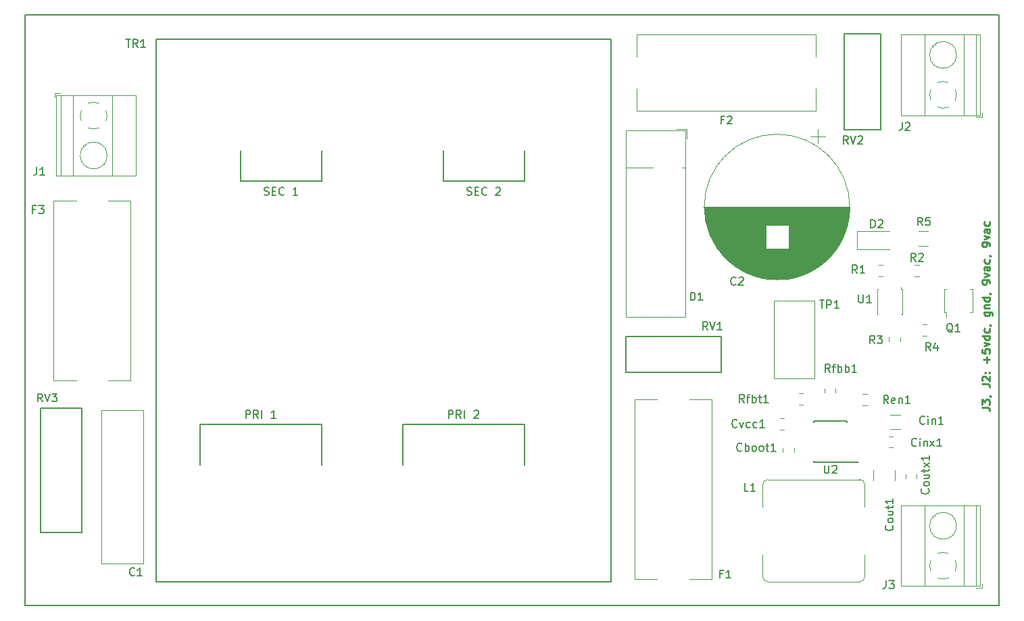
<source format=gto>
G04 #@! TF.GenerationSoftware,KiCad,Pcbnew,(5.0.0-3-g5ebb6b6)*
G04 #@! TF.CreationDate,2018-11-18T00:12:04+01:00*
G04 #@! TF.ProjectId,c64-psu,6336342D7073752E6B696361645F7063,rev?*
G04 #@! TF.SameCoordinates,Original*
G04 #@! TF.FileFunction,Legend,Top*
G04 #@! TF.FilePolarity,Positive*
%FSLAX46Y46*%
G04 Gerber Fmt 4.6, Leading zero omitted, Abs format (unit mm)*
G04 Created by KiCad (PCBNEW (5.0.0-3-g5ebb6b6)) date 2018 November 18, Sunday 00:12:04*
%MOMM*%
%LPD*%
G01*
G04 APERTURE LIST*
%ADD10C,0.250000*%
%ADD11C,0.150000*%
%ADD12C,0.120000*%
%ADD13C,0.200000*%
G04 APERTURE END LIST*
D10*
X208852380Y-111200000D02*
X209566666Y-111200000D01*
X209709523Y-111247619D01*
X209804761Y-111342857D01*
X209852380Y-111485714D01*
X209852380Y-111580952D01*
X208852380Y-110819047D02*
X208852380Y-110200000D01*
X209233333Y-110533333D01*
X209233333Y-110390476D01*
X209280952Y-110295238D01*
X209328571Y-110247619D01*
X209423809Y-110200000D01*
X209661904Y-110200000D01*
X209757142Y-110247619D01*
X209804761Y-110295238D01*
X209852380Y-110390476D01*
X209852380Y-110676190D01*
X209804761Y-110771428D01*
X209757142Y-110819047D01*
X209804761Y-109723809D02*
X209852380Y-109723809D01*
X209947619Y-109771428D01*
X209995238Y-109819047D01*
X208852380Y-108247619D02*
X209566666Y-108247619D01*
X209709523Y-108295238D01*
X209804761Y-108390476D01*
X209852380Y-108533333D01*
X209852380Y-108628571D01*
X208947619Y-107819047D02*
X208900000Y-107771428D01*
X208852380Y-107676190D01*
X208852380Y-107438095D01*
X208900000Y-107342857D01*
X208947619Y-107295238D01*
X209042857Y-107247619D01*
X209138095Y-107247619D01*
X209280952Y-107295238D01*
X209852380Y-107866666D01*
X209852380Y-107247619D01*
X209757142Y-106819047D02*
X209804761Y-106771428D01*
X209852380Y-106819047D01*
X209804761Y-106866666D01*
X209757142Y-106819047D01*
X209852380Y-106819047D01*
X209233333Y-106819047D02*
X209280952Y-106771428D01*
X209328571Y-106819047D01*
X209280952Y-106866666D01*
X209233333Y-106819047D01*
X209328571Y-106819047D01*
X209471428Y-105580952D02*
X209471428Y-104819047D01*
X209852380Y-105200000D02*
X209090476Y-105200000D01*
X208852380Y-103866666D02*
X208852380Y-104342857D01*
X209328571Y-104390476D01*
X209280952Y-104342857D01*
X209233333Y-104247619D01*
X209233333Y-104009523D01*
X209280952Y-103914285D01*
X209328571Y-103866666D01*
X209423809Y-103819047D01*
X209661904Y-103819047D01*
X209757142Y-103866666D01*
X209804761Y-103914285D01*
X209852380Y-104009523D01*
X209852380Y-104247619D01*
X209804761Y-104342857D01*
X209757142Y-104390476D01*
X209185714Y-103485714D02*
X209852380Y-103247619D01*
X209185714Y-103009523D01*
X209852380Y-102200000D02*
X208852380Y-102200000D01*
X209804761Y-102200000D02*
X209852380Y-102295238D01*
X209852380Y-102485714D01*
X209804761Y-102580952D01*
X209757142Y-102628571D01*
X209661904Y-102676190D01*
X209376190Y-102676190D01*
X209280952Y-102628571D01*
X209233333Y-102580952D01*
X209185714Y-102485714D01*
X209185714Y-102295238D01*
X209233333Y-102200000D01*
X209804761Y-101295238D02*
X209852380Y-101390476D01*
X209852380Y-101580952D01*
X209804761Y-101676190D01*
X209757142Y-101723809D01*
X209661904Y-101771428D01*
X209376190Y-101771428D01*
X209280952Y-101723809D01*
X209233333Y-101676190D01*
X209185714Y-101580952D01*
X209185714Y-101390476D01*
X209233333Y-101295238D01*
X209804761Y-100819047D02*
X209852380Y-100819047D01*
X209947619Y-100866666D01*
X209995238Y-100914285D01*
X209185714Y-99200000D02*
X209995238Y-99200000D01*
X210090476Y-99247619D01*
X210138095Y-99295238D01*
X210185714Y-99390476D01*
X210185714Y-99533333D01*
X210138095Y-99628571D01*
X209804761Y-99200000D02*
X209852380Y-99295238D01*
X209852380Y-99485714D01*
X209804761Y-99580952D01*
X209757142Y-99628571D01*
X209661904Y-99676190D01*
X209376190Y-99676190D01*
X209280952Y-99628571D01*
X209233333Y-99580952D01*
X209185714Y-99485714D01*
X209185714Y-99295238D01*
X209233333Y-99200000D01*
X209185714Y-98723809D02*
X209852380Y-98723809D01*
X209280952Y-98723809D02*
X209233333Y-98676190D01*
X209185714Y-98580952D01*
X209185714Y-98438095D01*
X209233333Y-98342857D01*
X209328571Y-98295238D01*
X209852380Y-98295238D01*
X209852380Y-97390476D02*
X208852380Y-97390476D01*
X209804761Y-97390476D02*
X209852380Y-97485714D01*
X209852380Y-97676190D01*
X209804761Y-97771428D01*
X209757142Y-97819047D01*
X209661904Y-97866666D01*
X209376190Y-97866666D01*
X209280952Y-97819047D01*
X209233333Y-97771428D01*
X209185714Y-97676190D01*
X209185714Y-97485714D01*
X209233333Y-97390476D01*
X209804761Y-96866666D02*
X209852380Y-96866666D01*
X209947619Y-96914285D01*
X209995238Y-96961904D01*
X209852380Y-95628571D02*
X209852380Y-95438095D01*
X209804761Y-95342857D01*
X209757142Y-95295238D01*
X209614285Y-95200000D01*
X209423809Y-95152380D01*
X209042857Y-95152380D01*
X208947619Y-95200000D01*
X208900000Y-95247619D01*
X208852380Y-95342857D01*
X208852380Y-95533333D01*
X208900000Y-95628571D01*
X208947619Y-95676190D01*
X209042857Y-95723809D01*
X209280952Y-95723809D01*
X209376190Y-95676190D01*
X209423809Y-95628571D01*
X209471428Y-95533333D01*
X209471428Y-95342857D01*
X209423809Y-95247619D01*
X209376190Y-95200000D01*
X209280952Y-95152380D01*
X209185714Y-94819047D02*
X209852380Y-94580952D01*
X209185714Y-94342857D01*
X209852380Y-93533333D02*
X209328571Y-93533333D01*
X209233333Y-93580952D01*
X209185714Y-93676190D01*
X209185714Y-93866666D01*
X209233333Y-93961904D01*
X209804761Y-93533333D02*
X209852380Y-93628571D01*
X209852380Y-93866666D01*
X209804761Y-93961904D01*
X209709523Y-94009523D01*
X209614285Y-94009523D01*
X209519047Y-93961904D01*
X209471428Y-93866666D01*
X209471428Y-93628571D01*
X209423809Y-93533333D01*
X209804761Y-92628571D02*
X209852380Y-92723809D01*
X209852380Y-92914285D01*
X209804761Y-93009523D01*
X209757142Y-93057142D01*
X209661904Y-93104761D01*
X209376190Y-93104761D01*
X209280952Y-93057142D01*
X209233333Y-93009523D01*
X209185714Y-92914285D01*
X209185714Y-92723809D01*
X209233333Y-92628571D01*
X209804761Y-92152380D02*
X209852380Y-92152380D01*
X209947619Y-92200000D01*
X209995238Y-92247619D01*
X209852380Y-90914285D02*
X209852380Y-90723809D01*
X209804761Y-90628571D01*
X209757142Y-90580952D01*
X209614285Y-90485714D01*
X209423809Y-90438095D01*
X209042857Y-90438095D01*
X208947619Y-90485714D01*
X208900000Y-90533333D01*
X208852380Y-90628571D01*
X208852380Y-90819047D01*
X208900000Y-90914285D01*
X208947619Y-90961904D01*
X209042857Y-91009523D01*
X209280952Y-91009523D01*
X209376190Y-90961904D01*
X209423809Y-90914285D01*
X209471428Y-90819047D01*
X209471428Y-90628571D01*
X209423809Y-90533333D01*
X209376190Y-90485714D01*
X209280952Y-90438095D01*
X209185714Y-90104761D02*
X209852380Y-89866666D01*
X209185714Y-89628571D01*
X209852380Y-88819047D02*
X209328571Y-88819047D01*
X209233333Y-88866666D01*
X209185714Y-88961904D01*
X209185714Y-89152380D01*
X209233333Y-89247619D01*
X209804761Y-88819047D02*
X209852380Y-88914285D01*
X209852380Y-89152380D01*
X209804761Y-89247619D01*
X209709523Y-89295238D01*
X209614285Y-89295238D01*
X209519047Y-89247619D01*
X209471428Y-89152380D01*
X209471428Y-88914285D01*
X209423809Y-88819047D01*
X209804761Y-87914285D02*
X209852380Y-88009523D01*
X209852380Y-88200000D01*
X209804761Y-88295238D01*
X209757142Y-88342857D01*
X209661904Y-88390476D01*
X209376190Y-88390476D01*
X209280952Y-88342857D01*
X209233333Y-88295238D01*
X209185714Y-88200000D01*
X209185714Y-88009523D01*
X209233333Y-87914285D01*
D11*
X89000000Y-136000000D02*
X89000000Y-62000000D01*
X211000000Y-136000000D02*
X89000000Y-136000000D01*
X211000000Y-62000000D02*
X211000000Y-136000000D01*
X89000000Y-62000000D02*
X211000000Y-62000000D01*
D12*
G04 #@! TO.C,D2*
X197312500Y-89065000D02*
X193252500Y-89065000D01*
X193252500Y-89065000D02*
X193252500Y-91335000D01*
X193252500Y-91335000D02*
X197312500Y-91335000D01*
G04 #@! TO.C,TP1*
X187860000Y-107545000D02*
X182790000Y-107545000D01*
X187860000Y-97775000D02*
X182790000Y-97775000D01*
X182790000Y-97775000D02*
X182790000Y-107545000D01*
X187860000Y-97775000D02*
X187860000Y-107545000D01*
G04 #@! TO.C,Q1*
X207371066Y-99201706D02*
X207666066Y-99201706D01*
X207666066Y-99201706D02*
X207666066Y-96361706D01*
X207666066Y-96361706D02*
X207371066Y-96361706D01*
X204421066Y-96361706D02*
X204126066Y-96361706D01*
X204126066Y-96361706D02*
X204126066Y-99201706D01*
X204126066Y-99201706D02*
X204421066Y-99201706D01*
X204421066Y-99931706D02*
X204421066Y-99201706D01*
G04 #@! TO.C,Cboot1*
X185323603Y-116240065D02*
X185323603Y-116762569D01*
X183903603Y-116240065D02*
X183903603Y-116762569D01*
G04 #@! TO.C,Cinx1*
X197213748Y-116210000D02*
X197736252Y-116210000D01*
X197213748Y-114790000D02*
X197736252Y-114790000D01*
G04 #@! TO.C,Coutx1*
X199290000Y-120086252D02*
X199290000Y-119563748D01*
X200710000Y-120086252D02*
X200710000Y-119563748D01*
G04 #@! TO.C,Cvcc1*
X184078455Y-112536417D02*
X183555951Y-112536417D01*
X184078455Y-113956417D02*
X183555951Y-113956417D01*
G04 #@! TO.C,Cin1*
X197410436Y-113910000D02*
X198614564Y-113910000D01*
X197410436Y-112090000D02*
X198614564Y-112090000D01*
G04 #@! TO.C,Cout1*
X197960000Y-120289564D02*
X197960000Y-119085436D01*
X195240000Y-120289564D02*
X195240000Y-119085436D01*
G04 #@! TO.C,F3*
X102200000Y-85300000D02*
X99400000Y-85300000D01*
X95400000Y-85300000D02*
X92600000Y-85300000D01*
X95400000Y-107800000D02*
X92600000Y-107800000D01*
X92600000Y-107800000D02*
X92600000Y-85300000D01*
X102200000Y-107800000D02*
X102200000Y-85300000D01*
X102200000Y-107800000D02*
X99400000Y-107800000D01*
G04 #@! TO.C,F2*
X165600000Y-64400000D02*
X165600000Y-67200000D01*
X165600000Y-71200000D02*
X165600000Y-74000000D01*
X188100000Y-71200000D02*
X188100000Y-74000000D01*
X188100000Y-74000000D02*
X165600000Y-74000000D01*
X188100000Y-64400000D02*
X165600000Y-64400000D01*
X188100000Y-64400000D02*
X188100000Y-67200000D01*
G04 #@! TO.C,F1*
X165400000Y-110200000D02*
X168200000Y-110200000D01*
X165400000Y-110200000D02*
X165400000Y-132700000D01*
X175000000Y-110200000D02*
X175000000Y-132700000D01*
X172200000Y-110200000D02*
X175000000Y-110200000D01*
X172200000Y-132700000D02*
X175000000Y-132700000D01*
X165400000Y-132700000D02*
X168200000Y-132700000D01*
G04 #@! TO.C,U1*
X198710000Y-96340000D02*
X198710000Y-96080000D01*
X195740000Y-99460000D02*
X195890000Y-99460000D01*
X195740000Y-96340000D02*
X195740000Y-99460000D01*
X198860000Y-96340000D02*
X198860000Y-99460000D01*
X195740000Y-96340000D02*
X195890000Y-96340000D01*
X198860000Y-96340000D02*
X198710000Y-96340000D01*
X198860000Y-99460000D02*
X198710000Y-99460000D01*
D11*
G04 #@! TO.C,U2*
X191971803Y-117993917D02*
X193371803Y-117993917D01*
X191971803Y-112893917D02*
X187821803Y-112893917D01*
X191971803Y-118043917D02*
X187821803Y-118043917D01*
X191971803Y-112893917D02*
X191971803Y-113038917D01*
X187821803Y-112893917D02*
X187821803Y-113038917D01*
X187821803Y-118043917D02*
X187821803Y-117898917D01*
X191971803Y-118043917D02*
X191971803Y-117993917D01*
D12*
G04 #@! TO.C,Rfbb1*
X190559503Y-109333069D02*
X190559503Y-108810565D01*
X189139503Y-109333069D02*
X189139503Y-108810565D01*
G04 #@! TO.C,Ren1*
X193938748Y-109490000D02*
X194461252Y-109490000D01*
X193938748Y-110910000D02*
X194461252Y-110910000D01*
G04 #@! TO.C,R4*
X201413748Y-102210000D02*
X201936252Y-102210000D01*
X201413748Y-100790000D02*
X201936252Y-100790000D01*
G04 #@! TO.C,R3*
X197190000Y-102886252D02*
X197190000Y-102363748D01*
X198610000Y-102886252D02*
X198610000Y-102363748D01*
G04 #@! TO.C,Rfbt1*
X185926951Y-110844917D02*
X186449455Y-110844917D01*
X185926951Y-109424917D02*
X186449455Y-109424917D01*
D11*
G04 #@! TO.C,RV1*
X176250000Y-106750000D02*
X176250000Y-102250000D01*
X164250000Y-106750000D02*
X164250000Y-102250000D01*
X176250000Y-106750000D02*
X164250000Y-106750000D01*
X176250000Y-102250000D02*
X164250000Y-102250000D01*
G04 #@! TO.C,RV2*
X196150000Y-76350000D02*
X196150000Y-64350000D01*
X191650000Y-76350000D02*
X191650000Y-64350000D01*
X191650000Y-64350000D02*
X196150000Y-64350000D01*
X191650000Y-76350000D02*
X196150000Y-76350000D01*
G04 #@! TO.C,RV3*
X96150000Y-126800000D02*
X96150000Y-111300000D01*
X90950000Y-126800000D02*
X90950000Y-111300000D01*
X90950000Y-111300000D02*
X96150000Y-111300000D01*
X90950000Y-126800000D02*
X96150000Y-126800000D01*
D12*
G04 #@! TO.C,L1*
X193550000Y-120200000D02*
G75*
G02X194200000Y-120850000I0J-650000D01*
G01*
X194200000Y-132350000D02*
G75*
G02X193550000Y-133000000I-650000J0D01*
G01*
X182050000Y-133000000D02*
G75*
G02X181400000Y-132350000I0J650000D01*
G01*
X181400000Y-120850000D02*
G75*
G02X182050000Y-120200000I650000J0D01*
G01*
X194200000Y-129600000D02*
X194200000Y-132350000D01*
X181400000Y-129600000D02*
X181400000Y-132350000D01*
X194200000Y-120850000D02*
X194200000Y-123600000D01*
X193550000Y-133000000D02*
X182050000Y-133000000D01*
X181400000Y-120850000D02*
X181400000Y-123600000D01*
X182050000Y-120200000D02*
X193550000Y-120200000D01*
G04 #@! TO.C,C1*
X98580000Y-130720000D02*
X98580000Y-111480000D01*
X103820000Y-130720000D02*
X103820000Y-111480000D01*
X98580000Y-130720000D02*
X103820000Y-130720000D01*
X98580000Y-111480000D02*
X103820000Y-111480000D01*
G04 #@! TO.C,D1*
X164300000Y-76460000D02*
X164300000Y-99860000D01*
X164300000Y-99860000D02*
X171700000Y-99860000D01*
X171700000Y-99860000D02*
X171700000Y-76460000D01*
X171700000Y-76460000D02*
X164300000Y-76460000D01*
X167700000Y-81160000D02*
X164300000Y-81160000D01*
X170600000Y-76260000D02*
X171900000Y-76260000D01*
X171900000Y-76260000D02*
X171900000Y-77460000D01*
X171300000Y-81160000D02*
X171700000Y-81160000D01*
G04 #@! TO.C,R1*
X195963748Y-93340000D02*
X196486252Y-93340000D01*
X195963748Y-94760000D02*
X196486252Y-94760000D01*
G04 #@! TO.C,R2*
X200463748Y-94760000D02*
X200986252Y-94760000D01*
X200463748Y-93340000D02*
X200986252Y-93340000D01*
G04 #@! TO.C,C2*
X192320000Y-86050000D02*
G75*
G03X192320000Y-86050000I-9120000J0D01*
G01*
X192281000Y-86050000D02*
X174119000Y-86050000D01*
X192280000Y-86090000D02*
X174120000Y-86090000D01*
X192280000Y-86130000D02*
X174120000Y-86130000D01*
X192280000Y-86170000D02*
X174120000Y-86170000D01*
X192279000Y-86210000D02*
X174121000Y-86210000D01*
X192278000Y-86250000D02*
X174122000Y-86250000D01*
X192277000Y-86290000D02*
X174123000Y-86290000D01*
X192276000Y-86330000D02*
X174124000Y-86330000D01*
X192275000Y-86370000D02*
X174125000Y-86370000D01*
X192273000Y-86410000D02*
X174127000Y-86410000D01*
X192272000Y-86450000D02*
X174128000Y-86450000D01*
X192270000Y-86490000D02*
X174130000Y-86490000D01*
X192268000Y-86530000D02*
X174132000Y-86530000D01*
X192266000Y-86570000D02*
X174134000Y-86570000D01*
X192263000Y-86610000D02*
X174137000Y-86610000D01*
X192261000Y-86650000D02*
X174139000Y-86650000D01*
X192258000Y-86690000D02*
X174142000Y-86690000D01*
X192255000Y-86730000D02*
X174145000Y-86730000D01*
X192252000Y-86771000D02*
X174148000Y-86771000D01*
X192249000Y-86811000D02*
X174151000Y-86811000D01*
X192245000Y-86851000D02*
X174155000Y-86851000D01*
X192242000Y-86891000D02*
X174158000Y-86891000D01*
X192238000Y-86931000D02*
X174162000Y-86931000D01*
X192234000Y-86971000D02*
X174166000Y-86971000D01*
X192230000Y-87011000D02*
X174170000Y-87011000D01*
X192226000Y-87051000D02*
X174174000Y-87051000D01*
X192221000Y-87091000D02*
X174179000Y-87091000D01*
X192216000Y-87131000D02*
X174184000Y-87131000D01*
X192211000Y-87171000D02*
X174189000Y-87171000D01*
X192206000Y-87211000D02*
X174194000Y-87211000D01*
X192201000Y-87251000D02*
X174199000Y-87251000D01*
X192196000Y-87291000D02*
X174204000Y-87291000D01*
X192190000Y-87331000D02*
X174210000Y-87331000D01*
X192184000Y-87371000D02*
X174216000Y-87371000D01*
X192179000Y-87411000D02*
X174221000Y-87411000D01*
X192172000Y-87451000D02*
X174228000Y-87451000D01*
X192166000Y-87491000D02*
X174234000Y-87491000D01*
X192160000Y-87531000D02*
X174240000Y-87531000D01*
X192153000Y-87571000D02*
X174247000Y-87571000D01*
X192146000Y-87611000D02*
X174254000Y-87611000D01*
X192139000Y-87651000D02*
X174261000Y-87651000D01*
X192132000Y-87691000D02*
X174268000Y-87691000D01*
X192124000Y-87731000D02*
X174276000Y-87731000D01*
X192117000Y-87771000D02*
X174283000Y-87771000D01*
X192109000Y-87811000D02*
X174291000Y-87811000D01*
X192101000Y-87851000D02*
X174299000Y-87851000D01*
X192093000Y-87891000D02*
X174307000Y-87891000D01*
X192085000Y-87931000D02*
X174315000Y-87931000D01*
X192076000Y-87971000D02*
X174324000Y-87971000D01*
X192067000Y-88011000D02*
X174333000Y-88011000D01*
X192058000Y-88051000D02*
X174342000Y-88051000D01*
X192049000Y-88091000D02*
X174351000Y-88091000D01*
X192040000Y-88131000D02*
X174360000Y-88131000D01*
X192031000Y-88171000D02*
X174369000Y-88171000D01*
X192021000Y-88211000D02*
X174379000Y-88211000D01*
X192011000Y-88251000D02*
X174389000Y-88251000D01*
X192001000Y-88291000D02*
X174399000Y-88291000D01*
X191991000Y-88331000D02*
X174409000Y-88331000D01*
X191980000Y-88371000D02*
X184640000Y-88371000D01*
X181760000Y-88371000D02*
X174420000Y-88371000D01*
X191970000Y-88411000D02*
X184640000Y-88411000D01*
X181760000Y-88411000D02*
X174430000Y-88411000D01*
X191959000Y-88451000D02*
X184640000Y-88451000D01*
X181760000Y-88451000D02*
X174441000Y-88451000D01*
X191948000Y-88491000D02*
X184640000Y-88491000D01*
X181760000Y-88491000D02*
X174452000Y-88491000D01*
X191937000Y-88531000D02*
X184640000Y-88531000D01*
X181760000Y-88531000D02*
X174463000Y-88531000D01*
X191925000Y-88571000D02*
X184640000Y-88571000D01*
X181760000Y-88571000D02*
X174475000Y-88571000D01*
X191914000Y-88611000D02*
X184640000Y-88611000D01*
X181760000Y-88611000D02*
X174486000Y-88611000D01*
X191902000Y-88651000D02*
X184640000Y-88651000D01*
X181760000Y-88651000D02*
X174498000Y-88651000D01*
X191890000Y-88691000D02*
X184640000Y-88691000D01*
X181760000Y-88691000D02*
X174510000Y-88691000D01*
X191878000Y-88731000D02*
X184640000Y-88731000D01*
X181760000Y-88731000D02*
X174522000Y-88731000D01*
X191865000Y-88771000D02*
X184640000Y-88771000D01*
X181760000Y-88771000D02*
X174535000Y-88771000D01*
X191853000Y-88811000D02*
X184640000Y-88811000D01*
X181760000Y-88811000D02*
X174547000Y-88811000D01*
X191840000Y-88851000D02*
X184640000Y-88851000D01*
X181760000Y-88851000D02*
X174560000Y-88851000D01*
X191827000Y-88891000D02*
X184640000Y-88891000D01*
X181760000Y-88891000D02*
X174573000Y-88891000D01*
X191814000Y-88931000D02*
X184640000Y-88931000D01*
X181760000Y-88931000D02*
X174586000Y-88931000D01*
X191800000Y-88971000D02*
X184640000Y-88971000D01*
X181760000Y-88971000D02*
X174600000Y-88971000D01*
X191787000Y-89011000D02*
X184640000Y-89011000D01*
X181760000Y-89011000D02*
X174613000Y-89011000D01*
X191773000Y-89051000D02*
X184640000Y-89051000D01*
X181760000Y-89051000D02*
X174627000Y-89051000D01*
X191759000Y-89091000D02*
X184640000Y-89091000D01*
X181760000Y-89091000D02*
X174641000Y-89091000D01*
X191745000Y-89131000D02*
X184640000Y-89131000D01*
X181760000Y-89131000D02*
X174655000Y-89131000D01*
X191730000Y-89171000D02*
X184640000Y-89171000D01*
X181760000Y-89171000D02*
X174670000Y-89171000D01*
X191716000Y-89211000D02*
X184640000Y-89211000D01*
X181760000Y-89211000D02*
X174684000Y-89211000D01*
X191701000Y-89251000D02*
X184640000Y-89251000D01*
X181760000Y-89251000D02*
X174699000Y-89251000D01*
X191686000Y-89291000D02*
X184640000Y-89291000D01*
X181760000Y-89291000D02*
X174714000Y-89291000D01*
X191670000Y-89331000D02*
X184640000Y-89331000D01*
X181760000Y-89331000D02*
X174730000Y-89331000D01*
X191655000Y-89371000D02*
X184640000Y-89371000D01*
X181760000Y-89371000D02*
X174745000Y-89371000D01*
X191639000Y-89411000D02*
X184640000Y-89411000D01*
X181760000Y-89411000D02*
X174761000Y-89411000D01*
X191623000Y-89451000D02*
X184640000Y-89451000D01*
X181760000Y-89451000D02*
X174777000Y-89451000D01*
X191607000Y-89491000D02*
X184640000Y-89491000D01*
X181760000Y-89491000D02*
X174793000Y-89491000D01*
X191590000Y-89531000D02*
X184640000Y-89531000D01*
X181760000Y-89531000D02*
X174810000Y-89531000D01*
X191574000Y-89571000D02*
X184640000Y-89571000D01*
X181760000Y-89571000D02*
X174826000Y-89571000D01*
X191557000Y-89611000D02*
X184640000Y-89611000D01*
X181760000Y-89611000D02*
X174843000Y-89611000D01*
X191540000Y-89651000D02*
X184640000Y-89651000D01*
X181760000Y-89651000D02*
X174860000Y-89651000D01*
X191523000Y-89691000D02*
X184640000Y-89691000D01*
X181760000Y-89691000D02*
X174877000Y-89691000D01*
X191505000Y-89731000D02*
X184640000Y-89731000D01*
X181760000Y-89731000D02*
X174895000Y-89731000D01*
X191487000Y-89771000D02*
X184640000Y-89771000D01*
X181760000Y-89771000D02*
X174913000Y-89771000D01*
X191469000Y-89811000D02*
X184640000Y-89811000D01*
X181760000Y-89811000D02*
X174931000Y-89811000D01*
X191451000Y-89851000D02*
X184640000Y-89851000D01*
X181760000Y-89851000D02*
X174949000Y-89851000D01*
X191433000Y-89891000D02*
X184640000Y-89891000D01*
X181760000Y-89891000D02*
X174967000Y-89891000D01*
X191414000Y-89931000D02*
X184640000Y-89931000D01*
X181760000Y-89931000D02*
X174986000Y-89931000D01*
X191395000Y-89971000D02*
X184640000Y-89971000D01*
X181760000Y-89971000D02*
X175005000Y-89971000D01*
X191376000Y-90011000D02*
X184640000Y-90011000D01*
X181760000Y-90011000D02*
X175024000Y-90011000D01*
X191356000Y-90051000D02*
X184640000Y-90051000D01*
X181760000Y-90051000D02*
X175044000Y-90051000D01*
X191337000Y-90091000D02*
X184640000Y-90091000D01*
X181760000Y-90091000D02*
X175063000Y-90091000D01*
X191317000Y-90131000D02*
X184640000Y-90131000D01*
X181760000Y-90131000D02*
X175083000Y-90131000D01*
X191297000Y-90171000D02*
X184640000Y-90171000D01*
X181760000Y-90171000D02*
X175103000Y-90171000D01*
X191276000Y-90211000D02*
X184640000Y-90211000D01*
X181760000Y-90211000D02*
X175124000Y-90211000D01*
X191256000Y-90251000D02*
X184640000Y-90251000D01*
X181760000Y-90251000D02*
X175144000Y-90251000D01*
X191235000Y-90291000D02*
X184640000Y-90291000D01*
X181760000Y-90291000D02*
X175165000Y-90291000D01*
X191214000Y-90331000D02*
X184640000Y-90331000D01*
X181760000Y-90331000D02*
X175186000Y-90331000D01*
X191192000Y-90371000D02*
X184640000Y-90371000D01*
X181760000Y-90371000D02*
X175208000Y-90371000D01*
X191171000Y-90411000D02*
X184640000Y-90411000D01*
X181760000Y-90411000D02*
X175229000Y-90411000D01*
X191149000Y-90451000D02*
X184640000Y-90451000D01*
X181760000Y-90451000D02*
X175251000Y-90451000D01*
X191127000Y-90491000D02*
X184640000Y-90491000D01*
X181760000Y-90491000D02*
X175273000Y-90491000D01*
X191104000Y-90531000D02*
X184640000Y-90531000D01*
X181760000Y-90531000D02*
X175296000Y-90531000D01*
X191082000Y-90571000D02*
X184640000Y-90571000D01*
X181760000Y-90571000D02*
X175318000Y-90571000D01*
X191059000Y-90611000D02*
X184640000Y-90611000D01*
X181760000Y-90611000D02*
X175341000Y-90611000D01*
X191035000Y-90651000D02*
X184640000Y-90651000D01*
X181760000Y-90651000D02*
X175365000Y-90651000D01*
X191012000Y-90691000D02*
X184640000Y-90691000D01*
X181760000Y-90691000D02*
X175388000Y-90691000D01*
X190988000Y-90731000D02*
X184640000Y-90731000D01*
X181760000Y-90731000D02*
X175412000Y-90731000D01*
X190964000Y-90771000D02*
X184640000Y-90771000D01*
X181760000Y-90771000D02*
X175436000Y-90771000D01*
X190940000Y-90811000D02*
X184640000Y-90811000D01*
X181760000Y-90811000D02*
X175460000Y-90811000D01*
X190915000Y-90851000D02*
X184640000Y-90851000D01*
X181760000Y-90851000D02*
X175485000Y-90851000D01*
X190890000Y-90891000D02*
X184640000Y-90891000D01*
X181760000Y-90891000D02*
X175510000Y-90891000D01*
X190865000Y-90931000D02*
X184640000Y-90931000D01*
X181760000Y-90931000D02*
X175535000Y-90931000D01*
X190840000Y-90971000D02*
X184640000Y-90971000D01*
X181760000Y-90971000D02*
X175560000Y-90971000D01*
X190814000Y-91011000D02*
X184640000Y-91011000D01*
X181760000Y-91011000D02*
X175586000Y-91011000D01*
X190788000Y-91051000D02*
X184640000Y-91051000D01*
X181760000Y-91051000D02*
X175612000Y-91051000D01*
X190761000Y-91091000D02*
X184640000Y-91091000D01*
X181760000Y-91091000D02*
X175639000Y-91091000D01*
X190735000Y-91131000D02*
X184640000Y-91131000D01*
X181760000Y-91131000D02*
X175665000Y-91131000D01*
X190708000Y-91171000D02*
X184640000Y-91171000D01*
X181760000Y-91171000D02*
X175692000Y-91171000D01*
X190680000Y-91211000D02*
X184640000Y-91211000D01*
X181760000Y-91211000D02*
X175720000Y-91211000D01*
X190653000Y-91251000D02*
X175747000Y-91251000D01*
X190625000Y-91291000D02*
X175775000Y-91291000D01*
X190597000Y-91331000D02*
X175803000Y-91331000D01*
X190568000Y-91371000D02*
X175832000Y-91371000D01*
X190539000Y-91411000D02*
X175861000Y-91411000D01*
X190510000Y-91451000D02*
X175890000Y-91451000D01*
X190480000Y-91491000D02*
X175920000Y-91491000D01*
X190450000Y-91531000D02*
X175950000Y-91531000D01*
X190420000Y-91571000D02*
X175980000Y-91571000D01*
X190390000Y-91611000D02*
X176010000Y-91611000D01*
X190359000Y-91651000D02*
X176041000Y-91651000D01*
X190327000Y-91691000D02*
X176073000Y-91691000D01*
X190296000Y-91731000D02*
X176104000Y-91731000D01*
X190264000Y-91771000D02*
X176136000Y-91771000D01*
X190231000Y-91811000D02*
X176169000Y-91811000D01*
X190199000Y-91851000D02*
X176201000Y-91851000D01*
X190165000Y-91891000D02*
X176235000Y-91891000D01*
X190132000Y-91931000D02*
X176268000Y-91931000D01*
X190098000Y-91971000D02*
X176302000Y-91971000D01*
X190064000Y-92011000D02*
X176336000Y-92011000D01*
X190029000Y-92051000D02*
X176371000Y-92051000D01*
X189994000Y-92091000D02*
X176406000Y-92091000D01*
X189958000Y-92131000D02*
X176442000Y-92131000D01*
X189922000Y-92171000D02*
X176478000Y-92171000D01*
X189886000Y-92211000D02*
X176514000Y-92211000D01*
X189849000Y-92251000D02*
X176551000Y-92251000D01*
X189812000Y-92291000D02*
X176588000Y-92291000D01*
X189774000Y-92331000D02*
X176626000Y-92331000D01*
X189736000Y-92371000D02*
X176664000Y-92371000D01*
X189697000Y-92411000D02*
X176703000Y-92411000D01*
X189658000Y-92451000D02*
X176742000Y-92451000D01*
X189618000Y-92491000D02*
X176782000Y-92491000D01*
X189578000Y-92531000D02*
X176822000Y-92531000D01*
X189537000Y-92571000D02*
X176863000Y-92571000D01*
X189496000Y-92611000D02*
X176904000Y-92611000D01*
X189454000Y-92651000D02*
X176946000Y-92651000D01*
X189412000Y-92691000D02*
X176988000Y-92691000D01*
X189370000Y-92731000D02*
X177030000Y-92731000D01*
X189326000Y-92771000D02*
X177074000Y-92771000D01*
X189282000Y-92811000D02*
X177118000Y-92811000D01*
X189238000Y-92851000D02*
X177162000Y-92851000D01*
X189193000Y-92891000D02*
X177207000Y-92891000D01*
X189147000Y-92931000D02*
X177253000Y-92931000D01*
X189101000Y-92971000D02*
X177299000Y-92971000D01*
X189054000Y-93011000D02*
X177346000Y-93011000D01*
X189006000Y-93051000D02*
X177394000Y-93051000D01*
X188958000Y-93091000D02*
X177442000Y-93091000D01*
X188909000Y-93131000D02*
X177491000Y-93131000D01*
X188860000Y-93171000D02*
X177540000Y-93171000D01*
X188809000Y-93211000D02*
X177591000Y-93211000D01*
X188758000Y-93251000D02*
X177642000Y-93251000D01*
X188706000Y-93291000D02*
X177694000Y-93291000D01*
X188654000Y-93331000D02*
X177746000Y-93331000D01*
X188600000Y-93371000D02*
X177800000Y-93371000D01*
X188546000Y-93411000D02*
X177854000Y-93411000D01*
X188491000Y-93451000D02*
X177909000Y-93451000D01*
X188435000Y-93491000D02*
X177965000Y-93491000D01*
X188378000Y-93531000D02*
X178022000Y-93531000D01*
X188320000Y-93571000D02*
X178080000Y-93571000D01*
X188262000Y-93611000D02*
X178138000Y-93611000D01*
X188202000Y-93651000D02*
X178198000Y-93651000D01*
X188141000Y-93691000D02*
X178259000Y-93691000D01*
X188079000Y-93731000D02*
X178321000Y-93731000D01*
X188016000Y-93771000D02*
X178384000Y-93771000D01*
X187952000Y-93811000D02*
X178448000Y-93811000D01*
X187886000Y-93851000D02*
X178514000Y-93851000D01*
X187820000Y-93891000D02*
X178580000Y-93891000D01*
X187752000Y-93931000D02*
X178648000Y-93931000D01*
X187682000Y-93971000D02*
X178718000Y-93971000D01*
X187612000Y-94011000D02*
X178788000Y-94011000D01*
X187539000Y-94051000D02*
X178861000Y-94051000D01*
X187465000Y-94091000D02*
X178935000Y-94091000D01*
X187390000Y-94131000D02*
X179010000Y-94131000D01*
X187313000Y-94171000D02*
X179087000Y-94171000D01*
X187233000Y-94211000D02*
X179167000Y-94211000D01*
X187152000Y-94250000D02*
X179248000Y-94250000D01*
X187069000Y-94290000D02*
X179331000Y-94290000D01*
X186984000Y-94330000D02*
X179416000Y-94330000D01*
X186896000Y-94370000D02*
X179504000Y-94370000D01*
X186805000Y-94410000D02*
X179595000Y-94410000D01*
X186712000Y-94450000D02*
X179688000Y-94450000D01*
X186616000Y-94490000D02*
X179784000Y-94490000D01*
X186517000Y-94530000D02*
X179883000Y-94530000D01*
X186414000Y-94570000D02*
X179986000Y-94570000D01*
X186307000Y-94610000D02*
X180093000Y-94610000D01*
X186196000Y-94650000D02*
X180204000Y-94650000D01*
X186080000Y-94690000D02*
X180320000Y-94690000D01*
X185959000Y-94730000D02*
X180441000Y-94730000D01*
X185832000Y-94770000D02*
X180568000Y-94770000D01*
X185698000Y-94810000D02*
X180702000Y-94810000D01*
X185555000Y-94850000D02*
X180845000Y-94850000D01*
X185403000Y-94890000D02*
X180997000Y-94890000D01*
X185239000Y-94930000D02*
X181161000Y-94930000D01*
X185060000Y-94970000D02*
X181340000Y-94970000D01*
X184861000Y-95010000D02*
X181539000Y-95010000D01*
X184635000Y-95050000D02*
X181765000Y-95050000D01*
X184366000Y-95090000D02*
X182034000Y-95090000D01*
X184014000Y-95130000D02*
X182386000Y-95130000D01*
X183240000Y-95170000D02*
X183160000Y-95170000D01*
X188315000Y-76290560D02*
X188315000Y-78090560D01*
X189215000Y-77190560D02*
X187415000Y-77190560D01*
G04 #@! TO.C,R5*
X202114564Y-90910000D02*
X200910436Y-90910000D01*
X202114564Y-89090000D02*
X200910436Y-89090000D01*
D13*
G04 #@! TO.C,TR1*
X162400000Y-133000000D02*
X105400000Y-133000000D01*
X105400000Y-133000000D02*
X105400000Y-65000000D01*
X162400000Y-65000000D02*
X162400000Y-133000000D01*
X105400000Y-65000000D02*
X162400000Y-65000000D01*
D11*
X110900000Y-118410000D02*
X110900000Y-113330000D01*
X110900000Y-113330000D02*
X126140000Y-113330000D01*
X126140000Y-113330000D02*
X126140000Y-118410000D01*
X136300000Y-118410000D02*
X136300000Y-113330000D01*
X136300000Y-113330000D02*
X151540000Y-113330000D01*
X151540000Y-113330000D02*
X151540000Y-118410000D01*
X115980000Y-79040000D02*
X115980000Y-82850000D01*
X115980000Y-82850000D02*
X126140000Y-82850000D01*
X126140000Y-82850000D02*
X126140000Y-79040000D01*
X141380000Y-79040000D02*
X141380000Y-82850000D01*
X141380000Y-82850000D02*
X151540000Y-82850000D01*
X151540000Y-82850000D02*
X151540000Y-79040000D01*
D12*
G04 #@! TO.C,J1*
X96065244Y-75283318D02*
G75*
G02X95920000Y-74600000I1534756J683318D01*
G01*
X98283042Y-76135426D02*
G75*
G02X96916000Y-76135000I-683042J1535426D01*
G01*
X99135426Y-73916958D02*
G75*
G02X99135000Y-75284000I-1535426J-683042D01*
G01*
X96916958Y-73064574D02*
G75*
G02X98284000Y-73065000I683042J-1535426D01*
G01*
X95919747Y-74628805D02*
G75*
G02X96065000Y-73916000I1680253J28805D01*
G01*
X99280000Y-79600000D02*
G75*
G03X99280000Y-79600000I-1680000J0D01*
G01*
X93500000Y-72040000D02*
X93500000Y-82160000D01*
X95000000Y-72040000D02*
X95000000Y-82160000D01*
X99901000Y-72040000D02*
X99901000Y-82160000D01*
X102861000Y-72040000D02*
X102861000Y-82160000D01*
X92940000Y-72040000D02*
X92940000Y-82160000D01*
X102861000Y-72040000D02*
X92940000Y-72040000D01*
X102861000Y-82160000D02*
X92940000Y-82160000D01*
X98669000Y-80875000D02*
X98623000Y-80828000D01*
X96361000Y-78566000D02*
X96326000Y-78531000D01*
X98875000Y-80670000D02*
X98839000Y-80635000D01*
X96577000Y-78373000D02*
X96531000Y-78326000D01*
X93440000Y-71800000D02*
X92700000Y-71800000D01*
X92700000Y-71800000D02*
X92700000Y-72300000D01*
G04 #@! TO.C,J2*
X208900000Y-74800000D02*
X208900000Y-74300000D01*
X208160000Y-74800000D02*
X208900000Y-74800000D01*
X205023000Y-68227000D02*
X205069000Y-68274000D01*
X202725000Y-65930000D02*
X202761000Y-65965000D01*
X205239000Y-68034000D02*
X205274000Y-68069000D01*
X202931000Y-65725000D02*
X202977000Y-65772000D01*
X198739000Y-64440000D02*
X208660000Y-64440000D01*
X198739000Y-74560000D02*
X208660000Y-74560000D01*
X208660000Y-74560000D02*
X208660000Y-64440000D01*
X198739000Y-74560000D02*
X198739000Y-64440000D01*
X201699000Y-74560000D02*
X201699000Y-64440000D01*
X206600000Y-74560000D02*
X206600000Y-64440000D01*
X208100000Y-74560000D02*
X208100000Y-64440000D01*
X205680000Y-67000000D02*
G75*
G03X205680000Y-67000000I-1680000J0D01*
G01*
X205680253Y-71971195D02*
G75*
G02X205535000Y-72684000I-1680253J-28805D01*
G01*
X204683042Y-73535426D02*
G75*
G02X203316000Y-73535000I-683042J1535426D01*
G01*
X202464574Y-72683042D02*
G75*
G02X202465000Y-71316000I1535426J683042D01*
G01*
X203316958Y-70464574D02*
G75*
G02X204684000Y-70465000I683042J-1535426D01*
G01*
X205534756Y-71316682D02*
G75*
G02X205680000Y-72000000I-1534756J-683318D01*
G01*
G04 #@! TO.C,J3*
X205534756Y-130316682D02*
G75*
G02X205680000Y-131000000I-1534756J-683318D01*
G01*
X203316958Y-129464574D02*
G75*
G02X204684000Y-129465000I683042J-1535426D01*
G01*
X202464574Y-131683042D02*
G75*
G02X202465000Y-130316000I1535426J683042D01*
G01*
X204683042Y-132535426D02*
G75*
G02X203316000Y-132535000I-683042J1535426D01*
G01*
X205680253Y-130971195D02*
G75*
G02X205535000Y-131684000I-1680253J-28805D01*
G01*
X205680000Y-126000000D02*
G75*
G03X205680000Y-126000000I-1680000J0D01*
G01*
X208100000Y-133560000D02*
X208100000Y-123440000D01*
X206600000Y-133560000D02*
X206600000Y-123440000D01*
X201699000Y-133560000D02*
X201699000Y-123440000D01*
X198739000Y-133560000D02*
X198739000Y-123440000D01*
X208660000Y-133560000D02*
X208660000Y-123440000D01*
X198739000Y-133560000D02*
X208660000Y-133560000D01*
X198739000Y-123440000D02*
X208660000Y-123440000D01*
X202931000Y-124725000D02*
X202977000Y-124772000D01*
X205239000Y-127034000D02*
X205274000Y-127069000D01*
X202725000Y-124930000D02*
X202761000Y-124965000D01*
X205023000Y-127227000D02*
X205069000Y-127274000D01*
X208160000Y-133800000D02*
X208900000Y-133800000D01*
X208900000Y-133800000D02*
X208900000Y-133300000D01*
G04 #@! TD*
G04 #@! TO.C,D2*
D11*
X194961904Y-88652380D02*
X194961904Y-87652380D01*
X195200000Y-87652380D01*
X195342857Y-87700000D01*
X195438095Y-87795238D01*
X195485714Y-87890476D01*
X195533333Y-88080952D01*
X195533333Y-88223809D01*
X195485714Y-88414285D01*
X195438095Y-88509523D01*
X195342857Y-88604761D01*
X195200000Y-88652380D01*
X194961904Y-88652380D01*
X195914285Y-87747619D02*
X195961904Y-87700000D01*
X196057142Y-87652380D01*
X196295238Y-87652380D01*
X196390476Y-87700000D01*
X196438095Y-87747619D01*
X196485714Y-87842857D01*
X196485714Y-87938095D01*
X196438095Y-88080952D01*
X195866666Y-88652380D01*
X196485714Y-88652380D01*
G04 #@! TO.C,TP1*
X188538095Y-97752380D02*
X189109523Y-97752380D01*
X188823809Y-98752380D02*
X188823809Y-97752380D01*
X189442857Y-98752380D02*
X189442857Y-97752380D01*
X189823809Y-97752380D01*
X189919047Y-97800000D01*
X189966666Y-97847619D01*
X190014285Y-97942857D01*
X190014285Y-98085714D01*
X189966666Y-98180952D01*
X189919047Y-98228571D01*
X189823809Y-98276190D01*
X189442857Y-98276190D01*
X190966666Y-98752380D02*
X190395238Y-98752380D01*
X190680952Y-98752380D02*
X190680952Y-97752380D01*
X190585714Y-97895238D01*
X190490476Y-97990476D01*
X190395238Y-98038095D01*
G04 #@! TO.C,Q1*
X205204761Y-101747619D02*
X205109523Y-101700000D01*
X205014285Y-101604761D01*
X204871428Y-101461904D01*
X204776190Y-101414285D01*
X204680952Y-101414285D01*
X204728571Y-101652380D02*
X204633333Y-101604761D01*
X204538095Y-101509523D01*
X204490476Y-101319047D01*
X204490476Y-100985714D01*
X204538095Y-100795238D01*
X204633333Y-100700000D01*
X204728571Y-100652380D01*
X204919047Y-100652380D01*
X205014285Y-100700000D01*
X205109523Y-100795238D01*
X205157142Y-100985714D01*
X205157142Y-101319047D01*
X205109523Y-101509523D01*
X205014285Y-101604761D01*
X204919047Y-101652380D01*
X204728571Y-101652380D01*
X206109523Y-101652380D02*
X205538095Y-101652380D01*
X205823809Y-101652380D02*
X205823809Y-100652380D01*
X205728571Y-100795238D01*
X205633333Y-100890476D01*
X205538095Y-100938095D01*
G04 #@! TO.C,Cboot1*
X178790476Y-116557142D02*
X178742857Y-116604761D01*
X178600000Y-116652380D01*
X178504761Y-116652380D01*
X178361904Y-116604761D01*
X178266666Y-116509523D01*
X178219047Y-116414285D01*
X178171428Y-116223809D01*
X178171428Y-116080952D01*
X178219047Y-115890476D01*
X178266666Y-115795238D01*
X178361904Y-115700000D01*
X178504761Y-115652380D01*
X178600000Y-115652380D01*
X178742857Y-115700000D01*
X178790476Y-115747619D01*
X179219047Y-116652380D02*
X179219047Y-115652380D01*
X179219047Y-116033333D02*
X179314285Y-115985714D01*
X179504761Y-115985714D01*
X179600000Y-116033333D01*
X179647619Y-116080952D01*
X179695238Y-116176190D01*
X179695238Y-116461904D01*
X179647619Y-116557142D01*
X179600000Y-116604761D01*
X179504761Y-116652380D01*
X179314285Y-116652380D01*
X179219047Y-116604761D01*
X180266666Y-116652380D02*
X180171428Y-116604761D01*
X180123809Y-116557142D01*
X180076190Y-116461904D01*
X180076190Y-116176190D01*
X180123809Y-116080952D01*
X180171428Y-116033333D01*
X180266666Y-115985714D01*
X180409523Y-115985714D01*
X180504761Y-116033333D01*
X180552380Y-116080952D01*
X180600000Y-116176190D01*
X180600000Y-116461904D01*
X180552380Y-116557142D01*
X180504761Y-116604761D01*
X180409523Y-116652380D01*
X180266666Y-116652380D01*
X181171428Y-116652380D02*
X181076190Y-116604761D01*
X181028571Y-116557142D01*
X180980952Y-116461904D01*
X180980952Y-116176190D01*
X181028571Y-116080952D01*
X181076190Y-116033333D01*
X181171428Y-115985714D01*
X181314285Y-115985714D01*
X181409523Y-116033333D01*
X181457142Y-116080952D01*
X181504761Y-116176190D01*
X181504761Y-116461904D01*
X181457142Y-116557142D01*
X181409523Y-116604761D01*
X181314285Y-116652380D01*
X181171428Y-116652380D01*
X181790476Y-115985714D02*
X182171428Y-115985714D01*
X181933333Y-115652380D02*
X181933333Y-116509523D01*
X181980952Y-116604761D01*
X182076190Y-116652380D01*
X182171428Y-116652380D01*
X183028571Y-116652380D02*
X182457142Y-116652380D01*
X182742857Y-116652380D02*
X182742857Y-115652380D01*
X182647619Y-115795238D01*
X182552380Y-115890476D01*
X182457142Y-115938095D01*
G04 #@! TO.C,Cinx1*
X200683701Y-115947444D02*
X200636082Y-115995063D01*
X200493225Y-116042682D01*
X200397986Y-116042682D01*
X200255129Y-115995063D01*
X200159891Y-115899825D01*
X200112272Y-115804587D01*
X200064653Y-115614111D01*
X200064653Y-115471254D01*
X200112272Y-115280778D01*
X200159891Y-115185540D01*
X200255129Y-115090302D01*
X200397986Y-115042682D01*
X200493225Y-115042682D01*
X200636082Y-115090302D01*
X200683701Y-115137921D01*
X201112272Y-116042682D02*
X201112272Y-115376016D01*
X201112272Y-115042682D02*
X201064653Y-115090302D01*
X201112272Y-115137921D01*
X201159891Y-115090302D01*
X201112272Y-115042682D01*
X201112272Y-115137921D01*
X201588463Y-115376016D02*
X201588463Y-116042682D01*
X201588463Y-115471254D02*
X201636082Y-115423635D01*
X201731320Y-115376016D01*
X201874177Y-115376016D01*
X201969415Y-115423635D01*
X202017034Y-115518873D01*
X202017034Y-116042682D01*
X202397986Y-116042682D02*
X202921796Y-115376016D01*
X202397986Y-115376016D02*
X202921796Y-116042682D01*
X203826558Y-116042682D02*
X203255129Y-116042682D01*
X203540844Y-116042682D02*
X203540844Y-115042682D01*
X203445606Y-115185540D01*
X203350367Y-115280778D01*
X203255129Y-115328397D01*
G04 #@! TO.C,Coutx1*
X202157142Y-121361904D02*
X202204761Y-121409523D01*
X202252380Y-121552380D01*
X202252380Y-121647619D01*
X202204761Y-121790476D01*
X202109523Y-121885714D01*
X202014285Y-121933333D01*
X201823809Y-121980952D01*
X201680952Y-121980952D01*
X201490476Y-121933333D01*
X201395238Y-121885714D01*
X201300000Y-121790476D01*
X201252380Y-121647619D01*
X201252380Y-121552380D01*
X201300000Y-121409523D01*
X201347619Y-121361904D01*
X202252380Y-120790476D02*
X202204761Y-120885714D01*
X202157142Y-120933333D01*
X202061904Y-120980952D01*
X201776190Y-120980952D01*
X201680952Y-120933333D01*
X201633333Y-120885714D01*
X201585714Y-120790476D01*
X201585714Y-120647619D01*
X201633333Y-120552380D01*
X201680952Y-120504761D01*
X201776190Y-120457142D01*
X202061904Y-120457142D01*
X202157142Y-120504761D01*
X202204761Y-120552380D01*
X202252380Y-120647619D01*
X202252380Y-120790476D01*
X201585714Y-119600000D02*
X202252380Y-119600000D01*
X201585714Y-120028571D02*
X202109523Y-120028571D01*
X202204761Y-119980952D01*
X202252380Y-119885714D01*
X202252380Y-119742857D01*
X202204761Y-119647619D01*
X202157142Y-119600000D01*
X201585714Y-119266666D02*
X201585714Y-118885714D01*
X201252380Y-119123809D02*
X202109523Y-119123809D01*
X202204761Y-119076190D01*
X202252380Y-118980952D01*
X202252380Y-118885714D01*
X202252380Y-118647619D02*
X201585714Y-118123809D01*
X201585714Y-118647619D02*
X202252380Y-118123809D01*
X202252380Y-117219047D02*
X202252380Y-117790476D01*
X202252380Y-117504761D02*
X201252380Y-117504761D01*
X201395238Y-117600000D01*
X201490476Y-117695238D01*
X201538095Y-117790476D01*
G04 #@! TO.C,Cvcc1*
X178192341Y-113578159D02*
X178144722Y-113625778D01*
X178001864Y-113673397D01*
X177906626Y-113673397D01*
X177763769Y-113625778D01*
X177668531Y-113530540D01*
X177620912Y-113435302D01*
X177573293Y-113244826D01*
X177573293Y-113101969D01*
X177620912Y-112911493D01*
X177668531Y-112816255D01*
X177763769Y-112721017D01*
X177906626Y-112673397D01*
X178001864Y-112673397D01*
X178144722Y-112721017D01*
X178192341Y-112768636D01*
X178525674Y-113006731D02*
X178763769Y-113673397D01*
X179001864Y-113006731D01*
X179811388Y-113625778D02*
X179716150Y-113673397D01*
X179525674Y-113673397D01*
X179430436Y-113625778D01*
X179382817Y-113578159D01*
X179335198Y-113482921D01*
X179335198Y-113197207D01*
X179382817Y-113101969D01*
X179430436Y-113054350D01*
X179525674Y-113006731D01*
X179716150Y-113006731D01*
X179811388Y-113054350D01*
X180668531Y-113625778D02*
X180573293Y-113673397D01*
X180382817Y-113673397D01*
X180287579Y-113625778D01*
X180239960Y-113578159D01*
X180192341Y-113482921D01*
X180192341Y-113197207D01*
X180239960Y-113101969D01*
X180287579Y-113054350D01*
X180382817Y-113006731D01*
X180573293Y-113006731D01*
X180668531Y-113054350D01*
X181620912Y-113673397D02*
X181049483Y-113673397D01*
X181335198Y-113673397D02*
X181335198Y-112673397D01*
X181239960Y-112816255D01*
X181144722Y-112911493D01*
X181049483Y-112959112D01*
G04 #@! TO.C,Cin1*
X201682063Y-113168044D02*
X201634444Y-113215663D01*
X201491586Y-113263282D01*
X201396348Y-113263282D01*
X201253491Y-113215663D01*
X201158253Y-113120425D01*
X201110634Y-113025187D01*
X201063015Y-112834711D01*
X201063015Y-112691854D01*
X201110634Y-112501378D01*
X201158253Y-112406140D01*
X201253491Y-112310902D01*
X201396348Y-112263282D01*
X201491586Y-112263282D01*
X201634444Y-112310902D01*
X201682063Y-112358521D01*
X202110634Y-113263282D02*
X202110634Y-112596616D01*
X202110634Y-112263282D02*
X202063015Y-112310902D01*
X202110634Y-112358521D01*
X202158253Y-112310902D01*
X202110634Y-112263282D01*
X202110634Y-112358521D01*
X202586825Y-112596616D02*
X202586825Y-113263282D01*
X202586825Y-112691854D02*
X202634444Y-112644235D01*
X202729682Y-112596616D01*
X202872539Y-112596616D01*
X202967777Y-112644235D01*
X203015396Y-112739473D01*
X203015396Y-113263282D01*
X204015396Y-113263282D02*
X203443967Y-113263282D01*
X203729682Y-113263282D02*
X203729682Y-112263282D01*
X203634444Y-112406140D01*
X203539206Y-112501378D01*
X203443967Y-112548997D01*
G04 #@! TO.C,Cout1*
X197657142Y-125957142D02*
X197704761Y-126004761D01*
X197752380Y-126147619D01*
X197752380Y-126242857D01*
X197704761Y-126385714D01*
X197609523Y-126480952D01*
X197514285Y-126528571D01*
X197323809Y-126576190D01*
X197180952Y-126576190D01*
X196990476Y-126528571D01*
X196895238Y-126480952D01*
X196800000Y-126385714D01*
X196752380Y-126242857D01*
X196752380Y-126147619D01*
X196800000Y-126004761D01*
X196847619Y-125957142D01*
X197752380Y-125385714D02*
X197704761Y-125480952D01*
X197657142Y-125528571D01*
X197561904Y-125576190D01*
X197276190Y-125576190D01*
X197180952Y-125528571D01*
X197133333Y-125480952D01*
X197085714Y-125385714D01*
X197085714Y-125242857D01*
X197133333Y-125147619D01*
X197180952Y-125100000D01*
X197276190Y-125052380D01*
X197561904Y-125052380D01*
X197657142Y-125100000D01*
X197704761Y-125147619D01*
X197752380Y-125242857D01*
X197752380Y-125385714D01*
X197085714Y-124195238D02*
X197752380Y-124195238D01*
X197085714Y-124623809D02*
X197609523Y-124623809D01*
X197704761Y-124576190D01*
X197752380Y-124480952D01*
X197752380Y-124338095D01*
X197704761Y-124242857D01*
X197657142Y-124195238D01*
X197085714Y-123861904D02*
X197085714Y-123480952D01*
X196752380Y-123719047D02*
X197609523Y-123719047D01*
X197704761Y-123671428D01*
X197752380Y-123576190D01*
X197752380Y-123480952D01*
X197752380Y-122623809D02*
X197752380Y-123195238D01*
X197752380Y-122909523D02*
X196752380Y-122909523D01*
X196895238Y-123004761D01*
X196990476Y-123100000D01*
X197038095Y-123195238D01*
G04 #@! TO.C,F3*
X90289313Y-86372462D02*
X89955980Y-86372462D01*
X89955980Y-86896271D02*
X89955980Y-85896271D01*
X90432170Y-85896271D01*
X90717885Y-85896271D02*
X91336932Y-85896271D01*
X91003599Y-86277224D01*
X91146456Y-86277224D01*
X91241694Y-86324843D01*
X91289313Y-86372462D01*
X91336932Y-86467700D01*
X91336932Y-86705795D01*
X91289313Y-86801033D01*
X91241694Y-86848652D01*
X91146456Y-86896271D01*
X90860742Y-86896271D01*
X90765504Y-86848652D01*
X90717885Y-86801033D01*
G04 #@! TO.C,F2*
X176516666Y-75128571D02*
X176183333Y-75128571D01*
X176183333Y-75652380D02*
X176183333Y-74652380D01*
X176659523Y-74652380D01*
X176992857Y-74747619D02*
X177040476Y-74700000D01*
X177135714Y-74652380D01*
X177373809Y-74652380D01*
X177469047Y-74700000D01*
X177516666Y-74747619D01*
X177564285Y-74842857D01*
X177564285Y-74938095D01*
X177516666Y-75080952D01*
X176945238Y-75652380D01*
X177564285Y-75652380D01*
G04 #@! TO.C,F1*
X176366666Y-132028571D02*
X176033333Y-132028571D01*
X176033333Y-132552380D02*
X176033333Y-131552380D01*
X176509523Y-131552380D01*
X177414285Y-132552380D02*
X176842857Y-132552380D01*
X177128571Y-132552380D02*
X177128571Y-131552380D01*
X177033333Y-131695238D01*
X176938095Y-131790476D01*
X176842857Y-131838095D01*
G04 #@! TO.C,U1*
X193438095Y-97052380D02*
X193438095Y-97861904D01*
X193485714Y-97957142D01*
X193533333Y-98004761D01*
X193628571Y-98052380D01*
X193819047Y-98052380D01*
X193914285Y-98004761D01*
X193961904Y-97957142D01*
X194009523Y-97861904D01*
X194009523Y-97052380D01*
X195009523Y-98052380D02*
X194438095Y-98052380D01*
X194723809Y-98052380D02*
X194723809Y-97052380D01*
X194628571Y-97195238D01*
X194533333Y-97290476D01*
X194438095Y-97338095D01*
G04 #@! TO.C,U2*
X189134898Y-118421297D02*
X189134898Y-119230821D01*
X189182517Y-119326059D01*
X189230136Y-119373678D01*
X189325374Y-119421297D01*
X189515850Y-119421297D01*
X189611088Y-119373678D01*
X189658707Y-119326059D01*
X189706326Y-119230821D01*
X189706326Y-118421297D01*
X190134898Y-118516536D02*
X190182517Y-118468917D01*
X190277755Y-118421297D01*
X190515850Y-118421297D01*
X190611088Y-118468917D01*
X190658707Y-118516536D01*
X190706326Y-118611774D01*
X190706326Y-118707012D01*
X190658707Y-118849869D01*
X190087279Y-119421297D01*
X190706326Y-119421297D01*
G04 #@! TO.C,Rfbb1*
X189842857Y-106752380D02*
X189509523Y-106276190D01*
X189271428Y-106752380D02*
X189271428Y-105752380D01*
X189652380Y-105752380D01*
X189747619Y-105800000D01*
X189795238Y-105847619D01*
X189842857Y-105942857D01*
X189842857Y-106085714D01*
X189795238Y-106180952D01*
X189747619Y-106228571D01*
X189652380Y-106276190D01*
X189271428Y-106276190D01*
X190128571Y-106085714D02*
X190509523Y-106085714D01*
X190271428Y-106752380D02*
X190271428Y-105895238D01*
X190319047Y-105800000D01*
X190414285Y-105752380D01*
X190509523Y-105752380D01*
X190842857Y-106752380D02*
X190842857Y-105752380D01*
X190842857Y-106133333D02*
X190938095Y-106085714D01*
X191128571Y-106085714D01*
X191223809Y-106133333D01*
X191271428Y-106180952D01*
X191319047Y-106276190D01*
X191319047Y-106561904D01*
X191271428Y-106657142D01*
X191223809Y-106704761D01*
X191128571Y-106752380D01*
X190938095Y-106752380D01*
X190842857Y-106704761D01*
X191747619Y-106752380D02*
X191747619Y-105752380D01*
X191747619Y-106133333D02*
X191842857Y-106085714D01*
X192033333Y-106085714D01*
X192128571Y-106133333D01*
X192176190Y-106180952D01*
X192223809Y-106276190D01*
X192223809Y-106561904D01*
X192176190Y-106657142D01*
X192128571Y-106704761D01*
X192033333Y-106752380D01*
X191842857Y-106752380D01*
X191747619Y-106704761D01*
X193176190Y-106752380D02*
X192604761Y-106752380D01*
X192890476Y-106752380D02*
X192890476Y-105752380D01*
X192795238Y-105895238D01*
X192700000Y-105990476D01*
X192604761Y-106038095D01*
G04 #@! TO.C,Ren1*
X197152380Y-110652380D02*
X196819047Y-110176190D01*
X196580952Y-110652380D02*
X196580952Y-109652380D01*
X196961904Y-109652380D01*
X197057142Y-109700000D01*
X197104761Y-109747619D01*
X197152380Y-109842857D01*
X197152380Y-109985714D01*
X197104761Y-110080952D01*
X197057142Y-110128571D01*
X196961904Y-110176190D01*
X196580952Y-110176190D01*
X197961904Y-110604761D02*
X197866666Y-110652380D01*
X197676190Y-110652380D01*
X197580952Y-110604761D01*
X197533333Y-110509523D01*
X197533333Y-110128571D01*
X197580952Y-110033333D01*
X197676190Y-109985714D01*
X197866666Y-109985714D01*
X197961904Y-110033333D01*
X198009523Y-110128571D01*
X198009523Y-110223809D01*
X197533333Y-110319047D01*
X198438095Y-109985714D02*
X198438095Y-110652380D01*
X198438095Y-110080952D02*
X198485714Y-110033333D01*
X198580952Y-109985714D01*
X198723809Y-109985714D01*
X198819047Y-110033333D01*
X198866666Y-110128571D01*
X198866666Y-110652380D01*
X199866666Y-110652380D02*
X199295238Y-110652380D01*
X199580952Y-110652380D02*
X199580952Y-109652380D01*
X199485714Y-109795238D01*
X199390476Y-109890476D01*
X199295238Y-109938095D01*
G04 #@! TO.C,R4*
X202433333Y-104052380D02*
X202100000Y-103576190D01*
X201861904Y-104052380D02*
X201861904Y-103052380D01*
X202242857Y-103052380D01*
X202338095Y-103100000D01*
X202385714Y-103147619D01*
X202433333Y-103242857D01*
X202433333Y-103385714D01*
X202385714Y-103480952D01*
X202338095Y-103528571D01*
X202242857Y-103576190D01*
X201861904Y-103576190D01*
X203290476Y-103385714D02*
X203290476Y-104052380D01*
X203052380Y-103004761D02*
X202814285Y-103719047D01*
X203433333Y-103719047D01*
G04 #@! TO.C,R3*
X195437267Y-103170674D02*
X195103934Y-102694484D01*
X194865838Y-103170674D02*
X194865838Y-102170674D01*
X195246791Y-102170674D01*
X195342029Y-102218294D01*
X195389648Y-102265913D01*
X195437267Y-102361151D01*
X195437267Y-102504008D01*
X195389648Y-102599246D01*
X195342029Y-102646865D01*
X195246791Y-102694484D01*
X194865838Y-102694484D01*
X195770600Y-102170674D02*
X196389648Y-102170674D01*
X196056314Y-102551627D01*
X196199172Y-102551627D01*
X196294410Y-102599246D01*
X196342029Y-102646865D01*
X196389648Y-102742103D01*
X196389648Y-102980198D01*
X196342029Y-103075436D01*
X196294410Y-103123055D01*
X196199172Y-103170674D01*
X195913457Y-103170674D01*
X195818219Y-103123055D01*
X195770600Y-103075436D01*
G04 #@! TO.C,Rfbt1*
X179109523Y-110552380D02*
X178776190Y-110076190D01*
X178538095Y-110552380D02*
X178538095Y-109552380D01*
X178919047Y-109552380D01*
X179014285Y-109600000D01*
X179061904Y-109647619D01*
X179109523Y-109742857D01*
X179109523Y-109885714D01*
X179061904Y-109980952D01*
X179014285Y-110028571D01*
X178919047Y-110076190D01*
X178538095Y-110076190D01*
X179395238Y-109885714D02*
X179776190Y-109885714D01*
X179538095Y-110552380D02*
X179538095Y-109695238D01*
X179585714Y-109600000D01*
X179680952Y-109552380D01*
X179776190Y-109552380D01*
X180109523Y-110552380D02*
X180109523Y-109552380D01*
X180109523Y-109933333D02*
X180204761Y-109885714D01*
X180395238Y-109885714D01*
X180490476Y-109933333D01*
X180538095Y-109980952D01*
X180585714Y-110076190D01*
X180585714Y-110361904D01*
X180538095Y-110457142D01*
X180490476Y-110504761D01*
X180395238Y-110552380D01*
X180204761Y-110552380D01*
X180109523Y-110504761D01*
X180871428Y-109885714D02*
X181252380Y-109885714D01*
X181014285Y-109552380D02*
X181014285Y-110409523D01*
X181061904Y-110504761D01*
X181157142Y-110552380D01*
X181252380Y-110552380D01*
X182109523Y-110552380D02*
X181538095Y-110552380D01*
X181823809Y-110552380D02*
X181823809Y-109552380D01*
X181728571Y-109695238D01*
X181633333Y-109790476D01*
X181538095Y-109838095D01*
G04 #@! TO.C,RV1*
X174504761Y-101452380D02*
X174171428Y-100976190D01*
X173933333Y-101452380D02*
X173933333Y-100452380D01*
X174314285Y-100452380D01*
X174409523Y-100500000D01*
X174457142Y-100547619D01*
X174504761Y-100642857D01*
X174504761Y-100785714D01*
X174457142Y-100880952D01*
X174409523Y-100928571D01*
X174314285Y-100976190D01*
X173933333Y-100976190D01*
X174790476Y-100452380D02*
X175123809Y-101452380D01*
X175457142Y-100452380D01*
X176314285Y-101452380D02*
X175742857Y-101452380D01*
X176028571Y-101452380D02*
X176028571Y-100452380D01*
X175933333Y-100595238D01*
X175838095Y-100690476D01*
X175742857Y-100738095D01*
G04 #@! TO.C,RV2*
X192104761Y-78152380D02*
X191771428Y-77676190D01*
X191533333Y-78152380D02*
X191533333Y-77152380D01*
X191914285Y-77152380D01*
X192009523Y-77200000D01*
X192057142Y-77247619D01*
X192104761Y-77342857D01*
X192104761Y-77485714D01*
X192057142Y-77580952D01*
X192009523Y-77628571D01*
X191914285Y-77676190D01*
X191533333Y-77676190D01*
X192390476Y-77152380D02*
X192723809Y-78152380D01*
X193057142Y-77152380D01*
X193342857Y-77247619D02*
X193390476Y-77200000D01*
X193485714Y-77152380D01*
X193723809Y-77152380D01*
X193819047Y-77200000D01*
X193866666Y-77247619D01*
X193914285Y-77342857D01*
X193914285Y-77438095D01*
X193866666Y-77580952D01*
X193295238Y-78152380D01*
X193914285Y-78152380D01*
G04 #@! TO.C,RV3*
X91204761Y-110452380D02*
X90871428Y-109976190D01*
X90633333Y-110452380D02*
X90633333Y-109452380D01*
X91014285Y-109452380D01*
X91109523Y-109500000D01*
X91157142Y-109547619D01*
X91204761Y-109642857D01*
X91204761Y-109785714D01*
X91157142Y-109880952D01*
X91109523Y-109928571D01*
X91014285Y-109976190D01*
X90633333Y-109976190D01*
X91490476Y-109452380D02*
X91823809Y-110452380D01*
X92157142Y-109452380D01*
X92395238Y-109452380D02*
X93014285Y-109452380D01*
X92680952Y-109833333D01*
X92823809Y-109833333D01*
X92919047Y-109880952D01*
X92966666Y-109928571D01*
X93014285Y-110023809D01*
X93014285Y-110261904D01*
X92966666Y-110357142D01*
X92919047Y-110404761D01*
X92823809Y-110452380D01*
X92538095Y-110452380D01*
X92442857Y-110404761D01*
X92395238Y-110357142D01*
G04 #@! TO.C,L1*
X179612176Y-121652643D02*
X179135985Y-121652643D01*
X179135985Y-120652643D01*
X180469319Y-121652643D02*
X179897890Y-121652643D01*
X180183604Y-121652643D02*
X180183604Y-120652643D01*
X180088366Y-120795501D01*
X179993128Y-120890739D01*
X179897890Y-120938358D01*
G04 #@! TO.C,C1*
X102708333Y-132157142D02*
X102660714Y-132204761D01*
X102517857Y-132252380D01*
X102422619Y-132252380D01*
X102279761Y-132204761D01*
X102184523Y-132109523D01*
X102136904Y-132014285D01*
X102089285Y-131823809D01*
X102089285Y-131680952D01*
X102136904Y-131490476D01*
X102184523Y-131395238D01*
X102279761Y-131300000D01*
X102422619Y-131252380D01*
X102517857Y-131252380D01*
X102660714Y-131300000D01*
X102708333Y-131347619D01*
X103660714Y-132252380D02*
X103089285Y-132252380D01*
X103375000Y-132252380D02*
X103375000Y-131252380D01*
X103279761Y-131395238D01*
X103184523Y-131490476D01*
X103089285Y-131538095D01*
G04 #@! TO.C,D1*
X172361904Y-97752380D02*
X172361904Y-96752380D01*
X172600000Y-96752380D01*
X172742857Y-96800000D01*
X172838095Y-96895238D01*
X172885714Y-96990476D01*
X172933333Y-97180952D01*
X172933333Y-97323809D01*
X172885714Y-97514285D01*
X172838095Y-97609523D01*
X172742857Y-97704761D01*
X172600000Y-97752380D01*
X172361904Y-97752380D01*
X173885714Y-97752380D02*
X173314285Y-97752380D01*
X173600000Y-97752380D02*
X173600000Y-96752380D01*
X173504761Y-96895238D01*
X173409523Y-96990476D01*
X173314285Y-97038095D01*
G04 #@! TO.C,R1*
X193233333Y-94352380D02*
X192900000Y-93876190D01*
X192661904Y-94352380D02*
X192661904Y-93352380D01*
X193042857Y-93352380D01*
X193138095Y-93400000D01*
X193185714Y-93447619D01*
X193233333Y-93542857D01*
X193233333Y-93685714D01*
X193185714Y-93780952D01*
X193138095Y-93828571D01*
X193042857Y-93876190D01*
X192661904Y-93876190D01*
X194185714Y-94352380D02*
X193614285Y-94352380D01*
X193900000Y-94352380D02*
X193900000Y-93352380D01*
X193804761Y-93495238D01*
X193709523Y-93590476D01*
X193614285Y-93638095D01*
G04 #@! TO.C,R2*
X200558333Y-92852380D02*
X200225000Y-92376190D01*
X199986904Y-92852380D02*
X199986904Y-91852380D01*
X200367857Y-91852380D01*
X200463095Y-91900000D01*
X200510714Y-91947619D01*
X200558333Y-92042857D01*
X200558333Y-92185714D01*
X200510714Y-92280952D01*
X200463095Y-92328571D01*
X200367857Y-92376190D01*
X199986904Y-92376190D01*
X200939285Y-91947619D02*
X200986904Y-91900000D01*
X201082142Y-91852380D01*
X201320238Y-91852380D01*
X201415476Y-91900000D01*
X201463095Y-91947619D01*
X201510714Y-92042857D01*
X201510714Y-92138095D01*
X201463095Y-92280952D01*
X200891666Y-92852380D01*
X201510714Y-92852380D01*
G04 #@! TO.C,C2*
X178033333Y-95757142D02*
X177985714Y-95804761D01*
X177842857Y-95852380D01*
X177747619Y-95852380D01*
X177604761Y-95804761D01*
X177509523Y-95709523D01*
X177461904Y-95614285D01*
X177414285Y-95423809D01*
X177414285Y-95280952D01*
X177461904Y-95090476D01*
X177509523Y-94995238D01*
X177604761Y-94900000D01*
X177747619Y-94852380D01*
X177842857Y-94852380D01*
X177985714Y-94900000D01*
X178033333Y-94947619D01*
X178414285Y-94947619D02*
X178461904Y-94900000D01*
X178557142Y-94852380D01*
X178795238Y-94852380D01*
X178890476Y-94900000D01*
X178938095Y-94947619D01*
X178985714Y-95042857D01*
X178985714Y-95138095D01*
X178938095Y-95280952D01*
X178366666Y-95852380D01*
X178985714Y-95852380D01*
G04 #@! TO.C,R5*
X201433333Y-88352380D02*
X201100000Y-87876190D01*
X200861904Y-88352380D02*
X200861904Y-87352380D01*
X201242857Y-87352380D01*
X201338095Y-87400000D01*
X201385714Y-87447619D01*
X201433333Y-87542857D01*
X201433333Y-87685714D01*
X201385714Y-87780952D01*
X201338095Y-87828571D01*
X201242857Y-87876190D01*
X200861904Y-87876190D01*
X202338095Y-87352380D02*
X201861904Y-87352380D01*
X201814285Y-87828571D01*
X201861904Y-87780952D01*
X201957142Y-87733333D01*
X202195238Y-87733333D01*
X202290476Y-87780952D01*
X202338095Y-87828571D01*
X202385714Y-87923809D01*
X202385714Y-88161904D01*
X202338095Y-88257142D01*
X202290476Y-88304761D01*
X202195238Y-88352380D01*
X201957142Y-88352380D01*
X201861904Y-88304761D01*
X201814285Y-88257142D01*
G04 #@! TO.C,TR1*
X101638095Y-65052380D02*
X102209523Y-65052380D01*
X101923809Y-66052380D02*
X101923809Y-65052380D01*
X103114285Y-66052380D02*
X102780952Y-65576190D01*
X102542857Y-66052380D02*
X102542857Y-65052380D01*
X102923809Y-65052380D01*
X103019047Y-65100000D01*
X103066666Y-65147619D01*
X103114285Y-65242857D01*
X103114285Y-65385714D01*
X103066666Y-65480952D01*
X103019047Y-65528571D01*
X102923809Y-65576190D01*
X102542857Y-65576190D01*
X104066666Y-66052380D02*
X103495238Y-66052380D01*
X103780952Y-66052380D02*
X103780952Y-65052380D01*
X103685714Y-65195238D01*
X103590476Y-65290476D01*
X103495238Y-65338095D01*
X116662857Y-112512380D02*
X116662857Y-111512380D01*
X117043809Y-111512380D01*
X117139047Y-111560000D01*
X117186666Y-111607619D01*
X117234285Y-111702857D01*
X117234285Y-111845714D01*
X117186666Y-111940952D01*
X117139047Y-111988571D01*
X117043809Y-112036190D01*
X116662857Y-112036190D01*
X118234285Y-112512380D02*
X117900952Y-112036190D01*
X117662857Y-112512380D02*
X117662857Y-111512380D01*
X118043809Y-111512380D01*
X118139047Y-111560000D01*
X118186666Y-111607619D01*
X118234285Y-111702857D01*
X118234285Y-111845714D01*
X118186666Y-111940952D01*
X118139047Y-111988571D01*
X118043809Y-112036190D01*
X117662857Y-112036190D01*
X118662857Y-112512380D02*
X118662857Y-111512380D01*
X120424761Y-112512380D02*
X119853333Y-112512380D01*
X120139047Y-112512380D02*
X120139047Y-111512380D01*
X120043809Y-111655238D01*
X119948571Y-111750476D01*
X119853333Y-111798095D01*
X142062857Y-112512380D02*
X142062857Y-111512380D01*
X142443809Y-111512380D01*
X142539047Y-111560000D01*
X142586666Y-111607619D01*
X142634285Y-111702857D01*
X142634285Y-111845714D01*
X142586666Y-111940952D01*
X142539047Y-111988571D01*
X142443809Y-112036190D01*
X142062857Y-112036190D01*
X143634285Y-112512380D02*
X143300952Y-112036190D01*
X143062857Y-112512380D02*
X143062857Y-111512380D01*
X143443809Y-111512380D01*
X143539047Y-111560000D01*
X143586666Y-111607619D01*
X143634285Y-111702857D01*
X143634285Y-111845714D01*
X143586666Y-111940952D01*
X143539047Y-111988571D01*
X143443809Y-112036190D01*
X143062857Y-112036190D01*
X144062857Y-112512380D02*
X144062857Y-111512380D01*
X145253333Y-111607619D02*
X145300952Y-111560000D01*
X145396190Y-111512380D01*
X145634285Y-111512380D01*
X145729523Y-111560000D01*
X145777142Y-111607619D01*
X145824761Y-111702857D01*
X145824761Y-111798095D01*
X145777142Y-111940952D01*
X145205714Y-112512380D01*
X145824761Y-112512380D01*
X118964761Y-84524761D02*
X119107619Y-84572380D01*
X119345714Y-84572380D01*
X119440952Y-84524761D01*
X119488571Y-84477142D01*
X119536190Y-84381904D01*
X119536190Y-84286666D01*
X119488571Y-84191428D01*
X119440952Y-84143809D01*
X119345714Y-84096190D01*
X119155238Y-84048571D01*
X119060000Y-84000952D01*
X119012380Y-83953333D01*
X118964761Y-83858095D01*
X118964761Y-83762857D01*
X119012380Y-83667619D01*
X119060000Y-83620000D01*
X119155238Y-83572380D01*
X119393333Y-83572380D01*
X119536190Y-83620000D01*
X119964761Y-84048571D02*
X120298095Y-84048571D01*
X120440952Y-84572380D02*
X119964761Y-84572380D01*
X119964761Y-83572380D01*
X120440952Y-83572380D01*
X121440952Y-84477142D02*
X121393333Y-84524761D01*
X121250476Y-84572380D01*
X121155238Y-84572380D01*
X121012380Y-84524761D01*
X120917142Y-84429523D01*
X120869523Y-84334285D01*
X120821904Y-84143809D01*
X120821904Y-84000952D01*
X120869523Y-83810476D01*
X120917142Y-83715238D01*
X121012380Y-83620000D01*
X121155238Y-83572380D01*
X121250476Y-83572380D01*
X121393333Y-83620000D01*
X121440952Y-83667619D01*
X123155238Y-84572380D02*
X122583809Y-84572380D01*
X122869523Y-84572380D02*
X122869523Y-83572380D01*
X122774285Y-83715238D01*
X122679047Y-83810476D01*
X122583809Y-83858095D01*
X144364761Y-84524761D02*
X144507619Y-84572380D01*
X144745714Y-84572380D01*
X144840952Y-84524761D01*
X144888571Y-84477142D01*
X144936190Y-84381904D01*
X144936190Y-84286666D01*
X144888571Y-84191428D01*
X144840952Y-84143809D01*
X144745714Y-84096190D01*
X144555238Y-84048571D01*
X144460000Y-84000952D01*
X144412380Y-83953333D01*
X144364761Y-83858095D01*
X144364761Y-83762857D01*
X144412380Y-83667619D01*
X144460000Y-83620000D01*
X144555238Y-83572380D01*
X144793333Y-83572380D01*
X144936190Y-83620000D01*
X145364761Y-84048571D02*
X145698095Y-84048571D01*
X145840952Y-84572380D02*
X145364761Y-84572380D01*
X145364761Y-83572380D01*
X145840952Y-83572380D01*
X146840952Y-84477142D02*
X146793333Y-84524761D01*
X146650476Y-84572380D01*
X146555238Y-84572380D01*
X146412380Y-84524761D01*
X146317142Y-84429523D01*
X146269523Y-84334285D01*
X146221904Y-84143809D01*
X146221904Y-84000952D01*
X146269523Y-83810476D01*
X146317142Y-83715238D01*
X146412380Y-83620000D01*
X146555238Y-83572380D01*
X146650476Y-83572380D01*
X146793333Y-83620000D01*
X146840952Y-83667619D01*
X147983809Y-83667619D02*
X148031428Y-83620000D01*
X148126666Y-83572380D01*
X148364761Y-83572380D01*
X148460000Y-83620000D01*
X148507619Y-83667619D01*
X148555238Y-83762857D01*
X148555238Y-83858095D01*
X148507619Y-84000952D01*
X147936190Y-84572380D01*
X148555238Y-84572380D01*
G04 #@! TO.C,J1*
X90466666Y-81052380D02*
X90466666Y-81766666D01*
X90419047Y-81909523D01*
X90323809Y-82004761D01*
X90180952Y-82052380D01*
X90085714Y-82052380D01*
X91466666Y-82052380D02*
X90895238Y-82052380D01*
X91180952Y-82052380D02*
X91180952Y-81052380D01*
X91085714Y-81195238D01*
X90990476Y-81290476D01*
X90895238Y-81338095D01*
G04 #@! TO.C,J2*
X198866666Y-75452380D02*
X198866666Y-76166666D01*
X198819047Y-76309523D01*
X198723809Y-76404761D01*
X198580952Y-76452380D01*
X198485714Y-76452380D01*
X199295238Y-75547619D02*
X199342857Y-75500000D01*
X199438095Y-75452380D01*
X199676190Y-75452380D01*
X199771428Y-75500000D01*
X199819047Y-75547619D01*
X199866666Y-75642857D01*
X199866666Y-75738095D01*
X199819047Y-75880952D01*
X199247619Y-76452380D01*
X199866666Y-76452380D01*
G04 #@! TO.C,J3*
X196866666Y-132852380D02*
X196866666Y-133566666D01*
X196819047Y-133709523D01*
X196723809Y-133804761D01*
X196580952Y-133852380D01*
X196485714Y-133852380D01*
X197247619Y-132852380D02*
X197866666Y-132852380D01*
X197533333Y-133233333D01*
X197676190Y-133233333D01*
X197771428Y-133280952D01*
X197819047Y-133328571D01*
X197866666Y-133423809D01*
X197866666Y-133661904D01*
X197819047Y-133757142D01*
X197771428Y-133804761D01*
X197676190Y-133852380D01*
X197390476Y-133852380D01*
X197295238Y-133804761D01*
X197247619Y-133757142D01*
G04 #@! TD*
M02*

</source>
